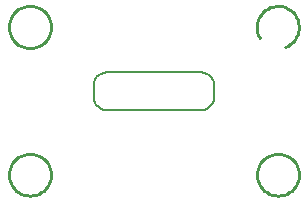
<source format=gko>
G04*
G04 #@! TF.GenerationSoftware,Altium Limited,Altium Designer,20.0.13 (296)*
G04*
G04 Layer_Color=16711935*
%FSLAX44Y44*%
%MOMM*%
G71*
G01*
G75*
%ADD12C,0.2000*%
%ADD68C,0.2540*%
D12*
X-40000Y60700D02*
X-42448Y60424D01*
X-44773Y59611D01*
X-46858Y58300D01*
X-48600Y56558D01*
X-49911Y54473D01*
X-50724Y52148D01*
X-51000Y49700D01*
Y39700D02*
X-50724Y37252D01*
X-49911Y34927D01*
X-48600Y32842D01*
X-46858Y31100D01*
X-44773Y29789D01*
X-42448Y28976D01*
X-40000Y28700D01*
X40000D02*
X42448Y28976D01*
X44773Y29789D01*
X46858Y31100D01*
X48600Y32842D01*
X49911Y34927D01*
X50724Y37252D01*
X51000Y39700D01*
Y49700D02*
X50724Y52148D01*
X49911Y54473D01*
X48600Y56558D01*
X46858Y58300D01*
X44773Y59611D01*
X42448Y60424D01*
X40000Y60700D01*
X-40000D02*
X0D01*
X-51000Y39700D02*
Y49700D01*
X-40000Y28700D02*
X40000D01*
X51000Y39700D02*
Y49700D01*
X0Y60700D02*
X40000D01*
D68*
X111081Y82292D02*
X113412Y83336D01*
X115569Y84702D01*
X117508Y86363D01*
X119189Y88285D01*
X120577Y90428D01*
X121644Y92748D01*
X122368Y95196D01*
X122734Y97723D01*
Y100277D01*
X122368Y102804D01*
X121644Y105252D01*
X120577Y107572D01*
X119189Y109715D01*
X117508Y111637D01*
X115569Y113298D01*
X113412Y114664D01*
X111081Y115708D01*
X108625Y116406D01*
X106095Y116746D01*
X103541Y116720D01*
X101018Y116328D01*
X98577Y115579D01*
X96269Y114488D01*
X94140Y113078D01*
X92235Y111377D01*
X90594Y109421D01*
X89250Y107250D01*
X88231Y104909D01*
X87557Y102446D01*
X87243Y99912D01*
X87296Y97360D01*
X87713Y94840D01*
X88487Y92407D01*
X89602Y90110D01*
X122780Y-26000D02*
X122599Y-23470D01*
X122060Y-20991D01*
X121173Y-18614D01*
X119958Y-16387D01*
X118437Y-14357D01*
X116643Y-12563D01*
X114613Y-11042D01*
X112386Y-9827D01*
X110009Y-8940D01*
X107530Y-8401D01*
X105000Y-8220D01*
X102470Y-8401D01*
X99991Y-8940D01*
X97614Y-9827D01*
X95387Y-11042D01*
X93357Y-12563D01*
X91563Y-14357D01*
X90042Y-16387D01*
X88827Y-18614D01*
X87940Y-20991D01*
X87401Y-23470D01*
X87220Y-26000D01*
X87401Y-28530D01*
X87940Y-31009D01*
X88827Y-33386D01*
X90042Y-35613D01*
X91563Y-37643D01*
X93357Y-39437D01*
X95387Y-40957D01*
X97614Y-42173D01*
X99991Y-43060D01*
X102470Y-43599D01*
X105000Y-43780D01*
X107530Y-43599D01*
X110009Y-43060D01*
X112386Y-42173D01*
X114613Y-40957D01*
X116643Y-39437D01*
X118437Y-37643D01*
X119958Y-35613D01*
X121173Y-33386D01*
X122060Y-31009D01*
X122599Y-28530D01*
X122780Y-26000D01*
X-87220Y99000D02*
X-87401Y101530D01*
X-87940Y104009D01*
X-88827Y106386D01*
X-90042Y108613D01*
X-91563Y110643D01*
X-93357Y112437D01*
X-95387Y113958D01*
X-97614Y115173D01*
X-99991Y116060D01*
X-102470Y116599D01*
X-105000Y116780D01*
X-107530Y116599D01*
X-110009Y116060D01*
X-112386Y115173D01*
X-114613Y113958D01*
X-116643Y112437D01*
X-118437Y110643D01*
X-119958Y108613D01*
X-121173Y106386D01*
X-122060Y104009D01*
X-122599Y101530D01*
X-122780Y99000D01*
X-122599Y96470D01*
X-122060Y93991D01*
X-121173Y91614D01*
X-119958Y89387D01*
X-118437Y87357D01*
X-116643Y85563D01*
X-114613Y84043D01*
X-112386Y82827D01*
X-110009Y81940D01*
X-107530Y81401D01*
X-105000Y81220D01*
X-102470Y81401D01*
X-99991Y81940D01*
X-97614Y82827D01*
X-95387Y84043D01*
X-93357Y85563D01*
X-91563Y87357D01*
X-90042Y89387D01*
X-88827Y91614D01*
X-87940Y93991D01*
X-87401Y96470D01*
X-87220Y99000D01*
Y-26000D02*
X-87401Y-23470D01*
X-87940Y-20991D01*
X-88827Y-18614D01*
X-90042Y-16387D01*
X-91563Y-14357D01*
X-93357Y-12563D01*
X-95387Y-11042D01*
X-97614Y-9827D01*
X-99991Y-8940D01*
X-102470Y-8401D01*
X-105000Y-8220D01*
X-107530Y-8401D01*
X-110009Y-8940D01*
X-112386Y-9827D01*
X-114613Y-11042D01*
X-116643Y-12563D01*
X-118437Y-14357D01*
X-119958Y-16387D01*
X-121173Y-18614D01*
X-122060Y-20991D01*
X-122599Y-23470D01*
X-122780Y-26000D01*
X-122599Y-28530D01*
X-122060Y-31009D01*
X-121173Y-33386D01*
X-119958Y-35613D01*
X-118437Y-37643D01*
X-116643Y-39437D01*
X-114613Y-40957D01*
X-112386Y-42173D01*
X-110009Y-43060D01*
X-107530Y-43599D01*
X-105000Y-43780D01*
X-102470Y-43599D01*
X-99991Y-43060D01*
X-97614Y-42173D01*
X-95387Y-40957D01*
X-93357Y-39437D01*
X-91563Y-37643D01*
X-90042Y-35613D01*
X-88827Y-33386D01*
X-87940Y-31009D01*
X-87401Y-28530D01*
X-87220Y-26000D01*
M02*

</source>
